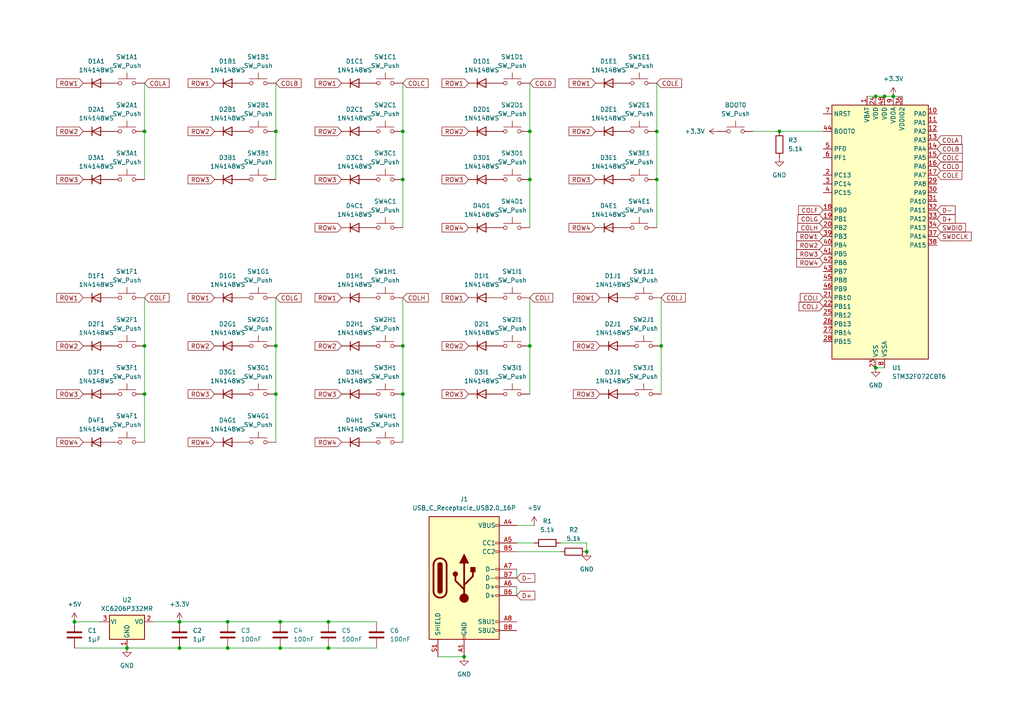
<source format=kicad_sch>
(kicad_sch (version 20231120) (generator "eeschema") (generator_version "8.0")
  (paper "A4")
  (lib_symbols
    (symbol "Connector:USB_C_Receptacle_USB2.0_16P" (pin_names (offset 1.016))
      (property "Reference" "J" (at 0 22.225 0))
      (property "Value" "USB_C_Receptacle_USB2.0_16P" (at 0 19.685 0))
      (symbol "USB_C_Receptacle_USB2.0_16P_1_1"
        (pin passive line (at 0 -22.86 90) (length 5.08) (name "GND") (number "A1"))
        (pin passive line (at 0 -22.86 90) (length 5.08) hide (name "GND") (number "A12"))
        (pin passive line (at 15.24 15.24 180) (length 5.08) (name "VBUS") (number "A4"))
        (pin bidirectional line (at 15.24 10.16 180) (length 5.08) (name "CC1") (number "A5"))
        (pin bidirectional line (at 15.24 -2.54 180) (length 5.08) (name "D+") (number "A6"))
        (pin bidirectional line (at 15.24 2.54 180) (length 5.08) (name "D-") (number "A7"))
        (pin bidirectional line (at 15.24 -12.7 180) (length 5.08) (name "SBU1") (number "A8"))
        (pin passive line (at 15.24 15.24 180) (length 5.08) hide (name "VBUS") (number "A9"))
        (pin passive line (at 0 -22.86 90) (length 5.08) hide (name "GND") (number "B1"))
        (pin passive line (at 0 -22.86 90) (length 5.08) hide (name "GND") (number "B12"))
        (pin passive line (at 15.24 15.24 180) (length 5.08) hide (name "VBUS") (number "B4"))
        (pin bidirectional line (at 15.24 7.62 180) (length 5.08) (name "CC2") (number "B5"))
        (pin bidirectional line (at 15.24 -5.08 180) (length 5.08) (name "D+") (number "B6"))
        (pin bidirectional line (at 15.24 0 180) (length 5.08) (name "D-") (number "B7"))
        (pin bidirectional line (at 15.24 -15.24 180) (length 5.08) (name "SBU2") (number "B8"))
        (pin passive line (at 15.24 15.24 180) (length 5.08) hide (name "VBUS") (number "B9"))
        (pin passive line (at -7.62 -22.86 90) (length 5.08) (name "SHIELD") (number "S1"))
      )
    )
    (symbol "Device:C" (pin_numbers hide) (pin_names (offset 0.254))
      (property "Reference" "C" (at 0.635 2.54 0))
      (property "Value" "C" (at 0.635 -2.54 0))
      (symbol "C_1_1"
        (pin passive line (at 0 3.81 270) (length 2.794) (name "~") (number "1"))
        (pin passive line (at 0 -3.81 90) (length 2.794) (name "~") (number "2"))
      )
    )
    (symbol "Device:R" (pin_numbers hide) (pin_names (offset 0))
      (property "Reference" "R" (at 2.032 0 90))
      (property "Value" "R" (at 0 0 90))
      (symbol "R_1_1"
        (pin passive line (at 0 3.81 270) (length 1.27) (name "~") (number "1"))
        (pin passive line (at 0 -3.81 90) (length 1.27) (name "~") (number "2"))
      )
    )
    (symbol "Diode:1N4148WS" (pin_numbers hide) (pin_names hide)
      (property "Reference" "D" (at 0 2.54 0))
      (property "Value" "1N4148WS" (at 0 -2.54 0))
      (symbol "1N4148WS_1_1"
        (pin passive line (at -3.81 0 0) (length 2.54) (name "K") (number "1"))
        (pin passive line (at 3.81 0 180) (length 2.54) (name "A") (number "2"))
      )
    )
    (symbol "MCU_ST_STM32F0:STM32F072CBTx"
      (property "Reference" "U" (at -12.7 39.37 0))
      (property "Value" "STM32F072CBTx" (at 10.16 39.37 0))
      (symbol "STM32F072CBTx_1_1"
        (pin power_in line (at -2.54 40.64 270) (length 2.54) (name "VBAT") (number "1"))
        (pin bidirectional line (at 17.78 35.56 180) (length 2.54) (name "PA0") (number "10"))
        (pin bidirectional line (at 17.78 33.02 180) (length 2.54) (name "PA1") (number "11"))
        (pin bidirectional line (at 17.78 30.48 180) (length 2.54) (name "PA2") (number "12"))
        (pin bidirectional line (at 17.78 27.94 180) (length 2.54) (name "PA3") (number "13"))
        (pin bidirectional line (at 17.78 25.4 180) (length 2.54) (name "PA4") (number "14"))
        (pin bidirectional line (at 17.78 22.86 180) (length 2.54) (name "PA5") (number "15"))
        (pin bidirectional line (at 17.78 20.32 180) (length 2.54) (name "PA6") (number "16"))
        (pin bidirectional line (at 17.78 17.78 180) (length 2.54) (name "PA7") (number "17"))
        (pin bidirectional line (at -15.24 7.62 0) (length 2.54) (name "PB0") (number "18"))
        (pin bidirectional line (at -15.24 5.08 0) (length 2.54) (name "PB1") (number "19"))
        (pin bidirectional line (at -15.24 17.78 0) (length 2.54) (name "PC13") (number "2"))
        (pin bidirectional line (at -15.24 2.54 0) (length 2.54) (name "PB2") (number "20"))
        (pin bidirectional line (at -15.24 -17.78 0) (length 2.54) (name "PB10") (number "21"))
        (pin bidirectional line (at -15.24 -20.32 0) (length 2.54) (name "PB11") (number "22"))
        (pin power_in line (at 0 -38.1 90) (length 2.54) (name "VSS") (number "23"))
        (pin power_in line (at 0 40.64 270) (length 2.54) (name "VDD") (number "24"))
        (pin bidirectional line (at -15.24 -22.86 0) (length 2.54) (name "PB12") (number "25"))
        (pin bidirectional line (at -15.24 -25.4 0) (length 2.54) (name "PB13") (number "26"))
        (pin bidirectional line (at -15.24 -27.94 0) (length 2.54) (name "PB14") (number "27"))
        (pin bidirectional line (at -15.24 -30.48 0) (length 2.54) (name "PB15") (number "28"))
        (pin bidirectional line (at 17.78 15.24 180) (length 2.54) (name "PA8") (number "29"))
        (pin bidirectional line (at -15.24 15.24 0) (length 2.54) (name "PC14") (number "3"))
        (pin bidirectional line (at 17.78 12.7 180) (length 2.54) (name "PA9") (number "30"))
        (pin bidirectional line (at 17.78 10.16 180) (length 2.54) (name "PA10") (number "31"))
        (pin bidirectional line (at 17.78 7.62 180) (length 2.54) (name "PA11") (number "32"))
        (pin bidirectional line (at 17.78 5.08 180) (length 2.54) (name "PA12") (number "33"))
        (pin bidirectional line (at 17.78 2.54 180) (length 2.54) (name "PA13") (number "34"))
        (pin passive line (at 0 -38.1 90) (length 2.54) hide (name "VSS") (number "35"))
        (pin power_in line (at 7.62 40.64 270) (length 2.54) (name "VDDIO2") (number "36"))
        (pin bidirectional line (at 17.78 0 180) (length 2.54) (name "PA14") (number "37"))
        (pin bidirectional line (at 17.78 -2.54 180) (length 2.54) (name "PA15") (number "38"))
        (pin bidirectional line (at -15.24 0 0) (length 2.54) (name "PB3") (number "39"))
        (pin bidirectional line (at -15.24 12.7 0) (length 2.54) (name "PC15") (number "4"))
        (pin bidirectional line (at -15.24 -2.54 0) (length 2.54) (name "PB4") (number "40"))
        (pin bidirectional line (at -15.24 -5.08 0) (length 2.54) (name "PB5") (number "41"))
        (pin bidirectional line (at -15.24 -7.62 0) (length 2.54) (name "PB6") (number "42"))
        (pin bidirectional line (at -15.24 -10.16 0) (length 2.54) (name "PB7") (number "43"))
        (pin input line (at -15.24 30.48 0) (length 2.54) (name "BOOT0") (number "44"))
        (pin bidirectional line (at -15.24 -12.7 0) (length 2.54) (name "PB8") (number "45"))
        (pin bidirectional line (at -15.24 -15.24 0) (length 2.54) (name "PB9") (number "46"))
        (pin passive line (at 0 -38.1 90) (length 2.54) hide (name "VSS") (number "47"))
        (pin power_in line (at 2.54 40.64 270) (length 2.54) (name "VDD") (number "48"))
        (pin bidirectional line (at -15.24 25.4 0) (length 2.54) (name "PF0") (number "5"))
        (pin bidirectional line (at -15.24 22.86 0) (length 2.54) (name "PF1") (number "6"))
        (pin input line (at -15.24 35.56 0) (length 2.54) (name "NRST") (number "7"))
        (pin power_in line (at 2.54 -38.1 90) (length 2.54) (name "VSSA") (number "8"))
        (pin power_in line (at 5.08 40.64 270) (length 2.54) (name "VDDA") (number "9"))
      )
    )
    (symbol "Regulator_Linear:XC6206PxxxMR" (pin_names (offset 0.254))
      (property "Reference" "U" (at -3.81 3.175 0))
      (property "Value" "XC6206PxxxMR" (at 0 3.175 0))
      (symbol "XC6206PxxxMR_1_1"
        (pin power_in line (at 0 -7.62 90) (length 2.54) (name "GND") (number "1"))
        (pin power_out line (at 7.62 0 180) (length 2.54) (name "VO") (number "2"))
        (pin power_in line (at -7.62 0 0) (length 2.54) (name "VI") (number "3"))
      )
    )
    (symbol "Switch:SW_Push" (pin_numbers hide) (pin_names (offset 1.016) hide)
      (property "Reference" "SW" (at 1.27 2.54 0))
      (property "Value" "SW_Push" (at 0 -1.524 0))
      (symbol "SW_Push_0_1"
        (pin passive line (at -5.08 0 0) (length 2.54) (name "1") (number "1"))
        (pin passive line (at 5.08 0 180) (length 2.54) (name "2") (number "2"))
      )
    )
    (symbol "power:+3.3V" (power) (pin_numbers hide) (pin_names (offset 0) hide)
      (property "Value" "+3.3V" (at 0 3.556 0))
      (symbol "+3.3V_1_1"
        (pin power_in line (at 0 0 90) (length 0) (name "~") (number "1"))
      )
    )
    (symbol "power:+5V" (power) (pin_numbers hide) (pin_names (offset 0) hide)
      (property "Value" "+5V" (at 0 3.556 0))
      (symbol "+5V_1_1"
        (pin power_in line (at 0 0 90) (length 0) (name "~") (number "1"))
      )
    )
    (symbol "power:GND" (power) (pin_numbers hide) (pin_names (offset 0) hide)
      (property "Value" "GND" (at 0 -3.81 0))
      (symbol "GND_1_1"
        (pin power_in line (at 0 0 270) (length 0) (name "~") (number "1"))
      )
    )
  )
  (junction (at 170.18 160.02))
  (junction (at 190.5 38.1))
  (junction (at 80.01 38.1))
  (junction (at 153.67 100.33))
  (junction (at 41.91 114.3))
  (junction (at 81.28 180.34))
  (junction (at 226.06 38.1))
  (junction (at 256.54 27.94))
  (junction (at 66.04 187.96))
  (junction (at 80.01 100.33))
  (junction (at 191.77 100.33))
  (junction (at 254 106.68))
  (junction (at 95.25 187.96))
  (junction (at 134.62 190.5))
  (junction (at 66.04 180.34))
  (junction (at 95.25 180.34))
  (junction (at 153.67 38.1))
  (junction (at 116.84 114.3))
  (junction (at 116.84 52.07))
  (junction (at 190.5 52.07))
  (junction (at 116.84 100.33))
  (junction (at 259.08 27.94))
  (junction (at 41.91 100.33))
  (junction (at 41.91 38.1))
  (junction (at 52.07 187.96))
  (junction (at 80.01 114.3))
  (junction (at 153.67 52.07))
  (junction (at 116.84 38.1))
  (junction (at 52.07 180.34))
  (junction (at 36.83 187.96))
  (junction (at 254 27.94))
  (junction (at 21.59 180.34))
  (junction (at 81.28 187.96))
  (wire (pts (xy 127 190.5) (xy 134.62 190.5)))
  (wire (pts (xy 80.01 38.1) (xy 80.01 52.07)))
  (wire (pts (xy 149.86 160.02) (xy 162.56 160.02)))
  (wire (pts (xy 21.59 187.96) (xy 36.83 187.96)))
  (wire (pts (xy 41.91 38.1) (xy 41.91 52.07)))
  (wire (pts (xy 41.91 100.33) (xy 41.91 114.3)))
  (wire (pts (xy 41.91 24.13) (xy 41.91 38.1)))
  (wire (pts (xy 80.01 24.13) (xy 80.01 38.1)))
  (wire (pts (xy 44.45 180.34) (xy 52.07 180.34)))
  (wire (pts (xy 21.59 180.34) (xy 29.21 180.34)))
  (wire (pts (xy 254 106.68) (xy 256.54 106.68)))
  (wire (pts (xy 154.94 157.48) (xy 149.86 157.48)))
  (wire (pts (xy 95.25 187.96) (xy 109.22 187.96)))
  (wire (pts (xy 80.01 114.3) (xy 80.01 128.27)))
  (wire (pts (xy 259.08 27.94) (xy 261.62 27.94)))
  (wire (pts (xy 116.84 38.1) (xy 116.84 52.07)))
  (wire (pts (xy 153.67 100.33) (xy 153.67 114.3)))
  (wire (pts (xy 116.84 114.3) (xy 116.84 128.27)))
  (wire (pts (xy 153.67 52.07) (xy 153.67 66.04)))
  (wire (pts (xy 36.83 187.96) (xy 52.07 187.96)))
  (wire (pts (xy 153.67 38.1) (xy 153.67 52.07)))
  (wire (pts (xy 95.25 180.34) (xy 109.22 180.34)))
  (wire (pts (xy 116.84 24.13) (xy 116.84 38.1)))
  (wire (pts (xy 191.77 86.36) (xy 191.77 100.33)))
  (wire (pts (xy 116.84 52.07) (xy 116.84 66.04)))
  (wire (pts (xy 41.91 86.36) (xy 41.91 100.33)))
  (wire (pts (xy 81.28 180.34) (xy 95.25 180.34)))
  (wire (pts (xy 170.18 157.48) (xy 170.18 160.02)))
  (wire (pts (xy 116.84 86.36) (xy 116.84 100.33)))
  (wire (pts (xy 52.07 180.34) (xy 66.04 180.34)))
  (wire (pts (xy 153.67 86.36) (xy 153.67 100.33)))
  (wire (pts (xy 66.04 180.34) (xy 81.28 180.34)))
  (wire (pts (xy 190.5 52.07) (xy 190.5 66.04)))
  (wire (pts (xy 81.28 187.96) (xy 95.25 187.96)))
  (wire (pts (xy 41.91 114.3) (xy 41.91 128.27)))
  (wire (pts (xy 254 27.94) (xy 256.54 27.94)))
  (wire (pts (xy 256.54 27.94) (xy 259.08 27.94)))
  (wire (pts (xy 226.06 38.1) (xy 238.76 38.1)))
  (wire (pts (xy 149.86 170.18) (xy 149.86 172.72)))
  (wire (pts (xy 191.77 100.33) (xy 191.77 114.3)))
  (wire (pts (xy 190.5 24.13) (xy 190.5 38.1)))
  (wire (pts (xy 218.44 38.1) (xy 226.06 38.1)))
  (wire (pts (xy 251.46 27.94) (xy 254 27.94)))
  (wire (pts (xy 149.86 165.1) (xy 149.86 167.64)))
  (wire (pts (xy 153.67 24.13) (xy 153.67 38.1)))
  (wire (pts (xy 154.94 152.4) (xy 149.86 152.4)))
  (wire (pts (xy 116.84 100.33) (xy 116.84 114.3)))
  (wire (pts (xy 52.07 187.96) (xy 66.04 187.96)))
  (wire (pts (xy 190.5 38.1) (xy 190.5 52.07)))
  (wire (pts (xy 80.01 100.33) (xy 80.01 114.3)))
  (wire (pts (xy 80.01 86.36) (xy 80.01 100.33)))
  (wire (pts (xy 66.04 187.96) (xy 81.28 187.96)))
  (wire (pts (xy 162.56 157.48) (xy 170.18 157.48)))
  (global_label "ROW3" (shape input) (at 135.89 52.07 180) (property "Intersheetrefs" "${INTERSHEET_REFS}" (effects (hide yes))))
  (global_label "COLJ" (shape input) (at 238.76 88.9 180) (property "Intersheetrefs" "${INTERSHEET_REFS}" (effects (hide yes))))
  (global_label "ROW4" (shape input) (at 172.72 66.04 180) (property "Intersheetrefs" "${INTERSHEET_REFS}" (effects (hide yes))))
  (global_label "COLC" (shape input) (at 271.78 45.72 0) (property "Intersheetrefs" "${INTERSHEET_REFS}" (effects (hide yes))))
  (global_label "ROW3" (shape input) (at 238.76 73.66 180) (property "Intersheetrefs" "${INTERSHEET_REFS}" (effects (hide yes))))
  (global_label "ROW3" (shape input) (at 173.99 114.3 180) (property "Intersheetrefs" "${INTERSHEET_REFS}" (effects (hide yes))))
  (global_label "ROW3" (shape input) (at 62.23 114.3 180) (property "Intersheetrefs" "${INTERSHEET_REFS}" (effects (hide yes))))
  (global_label "ROW1" (shape input) (at 62.23 86.36 180) (property "Intersheetrefs" "${INTERSHEET_REFS}" (effects (hide yes))))
  (global_label "ROW4" (shape input) (at 135.89 66.04 180) (property "Intersheetrefs" "${INTERSHEET_REFS}" (effects (hide yes))))
  (global_label "ROW1" (shape input) (at 135.89 24.13 180) (property "Intersheetrefs" "${INTERSHEET_REFS}" (effects (hide yes))))
  (global_label "ROW3" (shape input) (at 99.06 52.07 180) (property "Intersheetrefs" "${INTERSHEET_REFS}" (effects (hide yes))))
  (global_label "ROW4" (shape input) (at 62.23 128.27 180) (property "Intersheetrefs" "${INTERSHEET_REFS}" (effects (hide yes))))
  (global_label "COLB" (shape input) (at 271.78 43.18 0) (property "Intersheetrefs" "${INTERSHEET_REFS}" (effects (hide yes))))
  (global_label "COLE" (shape input) (at 271.78 50.8 0) (property "Intersheetrefs" "${INTERSHEET_REFS}" (effects (hide yes))))
  (global_label "ROW2" (shape input) (at 62.23 38.1 180) (property "Intersheetrefs" "${INTERSHEET_REFS}" (effects (hide yes))))
  (global_label "ROW2" (shape input) (at 238.76 71.12 180) (property "Intersheetrefs" "${INTERSHEET_REFS}" (effects (hide yes))))
  (global_label "COLA" (shape input) (at 271.78 40.64 0) (property "Intersheetrefs" "${INTERSHEET_REFS}" (effects (hide yes))))
  (global_label "D+" (shape input) (at 271.78 63.5 0) (property "Intersheetrefs" "${INTERSHEET_REFS}" (effects (hide yes))))
  (global_label "D-" (shape input) (at 271.78 60.96 0) (property "Intersheetrefs" "${INTERSHEET_REFS}" (effects (hide yes))))
  (global_label "ROW2" (shape input) (at 172.72 38.1 180) (property "Intersheetrefs" "${INTERSHEET_REFS}" (effects (hide yes))))
  (global_label "ROW3" (shape input) (at 24.13 52.07 180) (property "Intersheetrefs" "${INTERSHEET_REFS}" (effects (hide yes))))
  (global_label "ROW1" (shape input) (at 24.13 24.13 180) (property "Intersheetrefs" "${INTERSHEET_REFS}" (effects (hide yes))))
  (global_label "SWDIO" (shape input) (at 271.78 66.04 0) (property "Intersheetrefs" "${INTERSHEET_REFS}" (effects (hide yes))))
  (global_label "ROW2" (shape input) (at 99.06 38.1 180) (property "Intersheetrefs" "${INTERSHEET_REFS}" (effects (hide yes))))
  (global_label "ROW4" (shape input) (at 99.06 66.04 180) (property "Intersheetrefs" "${INTERSHEET_REFS}" (effects (hide yes))))
  (global_label "ROW1" (shape input) (at 238.76 68.58 180) (property "Intersheetrefs" "${INTERSHEET_REFS}" (effects (hide yes))))
  (global_label "COLF" (shape input) (at 41.91 86.36 0) (property "Intersheetrefs" "${INTERSHEET_REFS}" (effects (hide yes))))
  (global_label "COLA" (shape input) (at 41.91 24.13 0) (property "Intersheetrefs" "${INTERSHEET_REFS}" (effects (hide yes))))
  (global_label "COLD" (shape input) (at 153.67 24.13 0) (property "Intersheetrefs" "${INTERSHEET_REFS}" (effects (hide yes))))
  (global_label "COLE" (shape input) (at 190.5 24.13 0) (property "Intersheetrefs" "${INTERSHEET_REFS}" (effects (hide yes))))
  (global_label "COLH" (shape input) (at 116.84 86.36 0) (property "Intersheetrefs" "${INTERSHEET_REFS}" (effects (hide yes))))
  (global_label "ROW3" (shape input) (at 172.72 52.07 180) (property "Intersheetrefs" "${INTERSHEET_REFS}" (effects (hide yes))))
  (global_label "COLD" (shape input) (at 271.78 48.26 0) (property "Intersheetrefs" "${INTERSHEET_REFS}" (effects (hide yes))))
  (global_label "ROW4" (shape input) (at 24.13 128.27 180) (property "Intersheetrefs" "${INTERSHEET_REFS}" (effects (hide yes))))
  (global_label "ROW1" (shape input) (at 99.06 86.36 180) (property "Intersheetrefs" "${INTERSHEET_REFS}" (effects (hide yes))))
  (global_label "ROW2" (shape input) (at 24.13 38.1 180) (property "Intersheetrefs" "${INTERSHEET_REFS}" (effects (hide yes))))
  (global_label "D+" (shape input) (at 149.86 172.72 0) (property "Intersheetrefs" "${INTERSHEET_REFS}" (effects (hide yes))))
  (global_label "D-" (shape input) (at 149.86 167.64 0) (property "Intersheetrefs" "${INTERSHEET_REFS}" (effects (hide yes))))
  (global_label "ROW2" (shape input) (at 173.99 100.33 180) (property "Intersheetrefs" "${INTERSHEET_REFS}" (effects (hide yes))))
  (global_label "ROW4" (shape input) (at 238.76 76.2 180) (property "Intersheetrefs" "${INTERSHEET_REFS}" (effects (hide yes))))
  (global_label "COLI" (shape input) (at 153.67 86.36 0) (property "Intersheetrefs" "${INTERSHEET_REFS}" (effects (hide yes))))
  (global_label "ROW2" (shape input) (at 62.23 100.33 180) (property "Intersheetrefs" "${INTERSHEET_REFS}" (effects (hide yes))))
  (global_label "COLF" (shape input) (at 238.76 60.96 180) (property "Intersheetrefs" "${INTERSHEET_REFS}" (effects (hide yes))))
  (global_label "COLJ" (shape input) (at 191.77 86.36 0) (property "Intersheetrefs" "${INTERSHEET_REFS}" (effects (hide yes))))
  (global_label "ROW3" (shape input) (at 135.89 114.3 180) (property "Intersheetrefs" "${INTERSHEET_REFS}" (effects (hide yes))))
  (global_label "ROW4" (shape input) (at 99.06 128.27 180) (property "Intersheetrefs" "${INTERSHEET_REFS}" (effects (hide yes))))
  (global_label "SWDCLK" (shape input) (at 271.78 68.58 0) (property "Intersheetrefs" "${INTERSHEET_REFS}" (effects (hide yes))))
  (global_label "ROW2" (shape input) (at 135.89 100.33 180) (property "Intersheetrefs" "${INTERSHEET_REFS}" (effects (hide yes))))
  (global_label "COLI" (shape input) (at 238.76 86.36 180) (property "Intersheetrefs" "${INTERSHEET_REFS}" (effects (hide yes))))
  (global_label "ROW2" (shape input) (at 135.89 38.1 180) (property "Intersheetrefs" "${INTERSHEET_REFS}" (effects (hide yes))))
  (global_label "COLC" (shape input) (at 116.84 24.13 0) (property "Intersheetrefs" "${INTERSHEET_REFS}" (effects (hide yes))))
  (global_label "ROW3" (shape input) (at 62.23 52.07 180) (property "Intersheetrefs" "${INTERSHEET_REFS}" (effects (hide yes))))
  (global_label "ROW1" (shape input) (at 172.72 24.13 180) (property "Intersheetrefs" "${INTERSHEET_REFS}" (effects (hide yes))))
  (global_label "COLB" (shape input) (at 80.01 24.13 0) (property "Intersheetrefs" "${INTERSHEET_REFS}" (effects (hide yes))))
  (global_label "ROW1" (shape input) (at 62.23 24.13 180) (property "Intersheetrefs" "${INTERSHEET_REFS}" (effects (hide yes))))
  (global_label "COLH" (shape input) (at 238.76 66.04 180) (property "Intersheetrefs" "${INTERSHEET_REFS}" (effects (hide yes))))
  (global_label "COLG" (shape input) (at 80.01 86.36 0) (property "Intersheetrefs" "${INTERSHEET_REFS}" (effects (hide yes))))
  (global_label "ROW3" (shape input) (at 99.06 114.3 180) (property "Intersheetrefs" "${INTERSHEET_REFS}" (effects (hide yes))))
  (global_label "ROW1" (shape input) (at 173.99 86.36 180) (property "Intersheetrefs" "${INTERSHEET_REFS}" (effects (hide yes))))
  (global_label "ROW1" (shape input) (at 24.13 86.36 180) (property "Intersheetrefs" "${INTERSHEET_REFS}" (effects (hide yes))))
  (global_label "ROW2" (shape input) (at 24.13 100.33 180) (property "Intersheetrefs" "${INTERSHEET_REFS}" (effects (hide yes))))
  (global_label "ROW1" (shape input) (at 99.06 24.13 180) (property "Intersheetrefs" "${INTERSHEET_REFS}" (effects (hide yes))))
  (global_label "ROW2" (shape input) (at 99.06 100.33 180) (property "Intersheetrefs" "${INTERSHEET_REFS}" (effects (hide yes))))
  (global_label "ROW3" (shape input) (at 24.13 114.3 180) (property "Intersheetrefs" "${INTERSHEET_REFS}" (effects (hide yes))))
  (global_label "ROW1" (shape input) (at 135.89 86.36 180) (property "Intersheetrefs" "${INTERSHEET_REFS}" (effects (hide yes))))
  (global_label "COLG" (shape input) (at 238.76 63.5 180) (property "Intersheetrefs" "${INTERSHEET_REFS}" (effects (hide yes))))
  (symbol (lib_id "Diode:1N4148WS") (at 27.94 52.07 0) (unit 1)
    (property "Reference" "D3A1" (at 27.94 45.72 0))
    (property "Value" "1N4148WS" (at 27.94 48.26 0))
    (property "Footprint" "Diode_SMD:D_SOD-323" (effects (hide yes)))
    (property "Datasheet" "https://www.vishay.com/docs/85751/1n4148ws.pdf" (effects (hide yes)))
    (property "Description" "75V 0.15A Fast switching Diode, SOD-323" (effects (hide yes)))
    (property "Sim.Device" "D" (effects (hide yes)))
    (property "Sim.Pins" "1=K 2=A" (effects (hide yes)))
  )
  (symbol (lib_id "Switch:SW_Push") (at 148.59 24.13 0) (unit 1)
    (property "Reference" "SW1D1" (at 148.59 16.51 0))
    (property "Value" "SW_Push" (at 148.59 19.05 0))
    (property "Footprint" "switch:SW_PG1350" (effects (hide yes)))
    (property "Description" "Push button switch, generic, two pins" (effects (hide yes)))
  )
  (symbol (lib_id "Switch:SW_Push") (at 111.76 114.3 0) (unit 1)
    (property "Reference" "SW3H1" (at 111.76 106.68 0))
    (property "Value" "SW_Push" (at 111.76 109.22 0))
    (property "Footprint" "switch:SW_PG1350" (effects (hide yes)))
    (property "Description" "Push button switch, generic, two pins" (effects (hide yes)))
  )
  (symbol (lib_id "Diode:1N4148WS") (at 139.7 86.36 0) (unit 1)
    (property "Reference" "D1I1" (at 139.7 80.01 0))
    (property "Value" "1N4148WS" (at 139.7 82.55 0))
    (property "Footprint" "Diode_SMD:D_SOD-323" (effects (hide yes)))
    (property "Datasheet" "https://www.vishay.com/docs/85751/1n4148ws.pdf" (effects (hide yes)))
    (property "Description" "75V 0.15A Fast switching Diode, SOD-323" (effects (hide yes)))
    (property "Sim.Device" "D" (effects (hide yes)))
    (property "Sim.Pins" "1=K 2=A" (effects (hide yes)))
  )
  (symbol (lib_id "Diode:1N4148WS") (at 102.87 114.3 0) (unit 1)
    (property "Reference" "D3H1" (at 102.87 107.95 0))
    (property "Value" "1N4148WS" (at 102.87 110.49 0))
    (property "Footprint" "Diode_SMD:D_SOD-323" (effects (hide yes)))
    (property "Datasheet" "https://www.vishay.com/docs/85751/1n4148ws.pdf" (effects (hide yes)))
    (property "Description" "75V 0.15A Fast switching Diode, SOD-323" (effects (hide yes)))
    (property "Sim.Device" "D" (effects (hide yes)))
    (property "Sim.Pins" "1=K 2=A" (effects (hide yes)))
  )
  (symbol (lib_id "Switch:SW_Push") (at 111.76 52.07 0) (unit 1)
    (property "Reference" "SW3C1" (at 111.76 44.45 0))
    (property "Value" "SW_Push" (at 111.76 46.99 0))
    (property "Footprint" "switch:SW_PG1350" (effects (hide yes)))
    (property "Description" "Push button switch, generic, two pins" (effects (hide yes)))
  )
  (symbol (lib_id "Device:C") (at 21.59 184.15 180) (unit 1)
    (property "Reference" "C1" (at 25.4 182.8799 0) (effects (justify right)))
    (property "Value" "1µF" (at 25.4 185.4199 0) (effects (justify right)))
    (property "Footprint" "Capacitor_SMD:C_0805_2012Metric" (effects (hide yes)))
    (property "Description" "Unpolarized capacitor" (effects (hide yes)))
  )
  (symbol (lib_id "Connector:USB_C_Receptacle_USB2.0_16P") (at 134.62 167.64 0) (unit 1)
    (property "Reference" "J1" (at 134.62 144.78 0))
    (property "Value" "USB_C_Receptacle_USB2.0_16P" (at 134.62 147.32 0))
    (property "Footprint" "Connector_USB:USB_C_Receptacle_HRO_TYPE-C-31-M-12" (effects (hide yes)))
    (property "Datasheet" "https://www.usb.org/sites/default/files/documents/usb_type-c.zip" (effects (hide yes)))
    (property "Description" "USB 2.0-only 16P Type-C Receptacle connector" (effects (hide yes)))
  )
  (symbol (lib_id "Diode:1N4148WS") (at 27.94 86.36 0) (unit 1)
    (property "Reference" "D1F1" (at 27.94 80.01 0))
    (property "Value" "1N4148WS" (at 27.94 82.55 0))
    (property "Footprint" "Diode_SMD:D_SOD-323" (effects (hide yes)))
    (property "Datasheet" "https://www.vishay.com/docs/85751/1n4148ws.pdf" (effects (hide yes)))
    (property "Description" "75V 0.15A Fast switching Diode, SOD-323" (effects (hide yes)))
    (property "Sim.Device" "D" (effects (hide yes)))
    (property "Sim.Pins" "1=K 2=A" (effects (hide yes)))
  )
  (symbol (lib_id "power:+3.3V") (at 259.08 27.94 0) (unit 1)
    (property "Reference" "#PWR04" (effects (hide yes)))
    (property "Value" "+3.3V" (at 259.08 22.86 0))
    (property "Description" "Power symbol creates a global label with name \"+3.3V\"" (effects (hide yes)))
  )
  (symbol (lib_id "Switch:SW_Push") (at 36.83 100.33 0) (unit 1)
    (property "Reference" "SW2F1" (at 36.83 92.71 0))
    (property "Value" "SW_Push" (at 36.83 95.25 0))
    (property "Footprint" "switch:SW_PG1350" (effects (hide yes)))
    (property "Description" "Push button switch, generic, two pins" (effects (hide yes)))
  )
  (symbol (lib_id "Diode:1N4148WS") (at 66.04 114.3 0) (unit 1)
    (property "Reference" "D3G1" (at 66.04 107.95 0))
    (property "Value" "1N4148WS" (at 66.04 110.49 0))
    (property "Footprint" "Diode_SMD:D_SOD-323" (effects (hide yes)))
    (property "Datasheet" "https://www.vishay.com/docs/85751/1n4148ws.pdf" (effects (hide yes)))
    (property "Description" "75V 0.15A Fast switching Diode, SOD-323" (effects (hide yes)))
    (property "Sim.Device" "D" (effects (hide yes)))
    (property "Sim.Pins" "1=K 2=A" (effects (hide yes)))
  )
  (symbol (lib_id "Switch:SW_Push") (at 36.83 114.3 0) (unit 1)
    (property "Reference" "SW3F1" (at 36.83 106.68 0))
    (property "Value" "SW_Push" (at 36.83 109.22 0))
    (property "Footprint" "switch:SW_PG1350" (effects (hide yes)))
    (property "Description" "Push button switch, generic, two pins" (effects (hide yes)))
  )
  (symbol (lib_id "power:+3.3V") (at 52.07 180.34 0) (unit 1)
    (property "Reference" "#PWR08" (effects (hide yes)))
    (property "Value" "+3.3V" (at 52.07 175.26 0))
    (property "Description" "Power symbol creates a global label with name \"+3.3V\"" (effects (hide yes)))
  )
  (symbol (lib_id "Diode:1N4148WS") (at 66.04 24.13 0) (unit 1)
    (property "Reference" "D1B1" (at 66.04 17.78 0))
    (property "Value" "1N4148WS" (at 66.04 20.32 0))
    (property "Footprint" "Diode_SMD:D_SOD-323" (effects (hide yes)))
    (property "Datasheet" "https://www.vishay.com/docs/85751/1n4148ws.pdf" (effects (hide yes)))
    (property "Description" "75V 0.15A Fast switching Diode, SOD-323" (effects (hide yes)))
    (property "Sim.Device" "D" (effects (hide yes)))
    (property "Sim.Pins" "1=K 2=A" (effects (hide yes)))
  )
  (symbol (lib_id "Diode:1N4148WS") (at 102.87 86.36 0) (unit 1)
    (property "Reference" "D1H1" (at 102.87 80.01 0))
    (property "Value" "1N4148WS" (at 102.87 82.55 0))
    (property "Footprint" "Diode_SMD:D_SOD-323" (effects (hide yes)))
    (property "Datasheet" "https://www.vishay.com/docs/85751/1n4148ws.pdf" (effects (hide yes)))
    (property "Description" "75V 0.15A Fast switching Diode, SOD-323" (effects (hide yes)))
    (property "Sim.Device" "D" (effects (hide yes)))
    (property "Sim.Pins" "1=K 2=A" (effects (hide yes)))
  )
  (symbol (lib_id "Diode:1N4148WS") (at 139.7 38.1 0) (unit 1)
    (property "Reference" "D2D1" (at 139.7 31.75 0))
    (property "Value" "1N4148WS" (at 139.7 34.29 0))
    (property "Footprint" "Diode_SMD:D_SOD-323" (effects (hide yes)))
    (property "Datasheet" "https://www.vishay.com/docs/85751/1n4148ws.pdf" (effects (hide yes)))
    (property "Description" "75V 0.15A Fast switching Diode, SOD-323" (effects (hide yes)))
    (property "Sim.Device" "D" (effects (hide yes)))
    (property "Sim.Pins" "1=K 2=A" (effects (hide yes)))
  )
  (symbol (lib_id "Diode:1N4148WS") (at 66.04 100.33 0) (unit 1)
    (property "Reference" "D2G1" (at 66.04 93.98 0))
    (property "Value" "1N4148WS" (at 66.04 96.52 0))
    (property "Footprint" "Diode_SMD:D_SOD-323" (effects (hide yes)))
    (property "Datasheet" "https://www.vishay.com/docs/85751/1n4148ws.pdf" (effects (hide yes)))
    (property "Description" "75V 0.15A Fast switching Diode, SOD-323" (effects (hide yes)))
    (property "Sim.Device" "D" (effects (hide yes)))
    (property "Sim.Pins" "1=K 2=A" (effects (hide yes)))
  )
  (symbol (lib_id "Diode:1N4148WS") (at 139.7 66.04 0) (unit 1)
    (property "Reference" "D4D1" (at 139.7 59.69 0))
    (property "Value" "1N4148WS" (at 139.7 62.23 0))
    (property "Footprint" "Diode_SMD:D_SOD-323" (effects (hide yes)))
    (property "Datasheet" "https://www.vishay.com/docs/85751/1n4148ws.pdf" (effects (hide yes)))
    (property "Description" "75V 0.15A Fast switching Diode, SOD-323" (effects (hide yes)))
    (property "Sim.Device" "D" (effects (hide yes)))
    (property "Sim.Pins" "1=K 2=A" (effects (hide yes)))
  )
  (symbol (lib_id "Switch:SW_Push") (at 186.69 114.3 0) (unit 1)
    (property "Reference" "SW3J1" (at 186.69 106.68 0))
    (property "Value" "SW_Push" (at 186.69 109.22 0))
    (property "Footprint" "switch:SW_PG1350" (effects (hide yes)))
    (property "Description" "Push button switch, generic, two pins" (effects (hide yes)))
  )
  (symbol (lib_id "Diode:1N4148WS") (at 66.04 86.36 0) (unit 1)
    (property "Reference" "D1G1" (at 66.04 80.01 0))
    (property "Value" "1N4148WS" (at 66.04 82.55 0))
    (property "Footprint" "Diode_SMD:D_SOD-323" (effects (hide yes)))
    (property "Datasheet" "https://www.vishay.com/docs/85751/1n4148ws.pdf" (effects (hide yes)))
    (property "Description" "75V 0.15A Fast switching Diode, SOD-323" (effects (hide yes)))
    (property "Sim.Device" "D" (effects (hide yes)))
    (property "Sim.Pins" "1=K 2=A" (effects (hide yes)))
  )
  (symbol (lib_id "Switch:SW_Push") (at 148.59 100.33 0) (unit 1)
    (property "Reference" "SW2I1" (at 148.59 92.71 0))
    (property "Value" "SW_Push" (at 148.59 95.25 0))
    (property "Footprint" "switch:SW_PG1350" (effects (hide yes)))
    (property "Description" "Push button switch, generic, two pins" (effects (hide yes)))
  )
  (symbol (lib_id "Switch:SW_Push") (at 74.93 52.07 0) (unit 1)
    (property "Reference" "SW3B1" (at 74.93 44.45 0))
    (property "Value" "SW_Push" (at 74.93 46.99 0))
    (property "Footprint" "switch:SW_PG1350" (effects (hide yes)))
    (property "Description" "Push button switch, generic, two pins" (effects (hide yes)))
  )
  (symbol (lib_id "Diode:1N4148WS") (at 66.04 128.27 0) (unit 1)
    (property "Reference" "D4G1" (at 66.04 121.92 0))
    (property "Value" "1N4148WS" (at 66.04 124.46 0))
    (property "Footprint" "Diode_SMD:D_SOD-323" (effects (hide yes)))
    (property "Datasheet" "https://www.vishay.com/docs/85751/1n4148ws.pdf" (effects (hide yes)))
    (property "Description" "75V 0.15A Fast switching Diode, SOD-323" (effects (hide yes)))
    (property "Sim.Device" "D" (effects (hide yes)))
    (property "Sim.Pins" "1=K 2=A" (effects (hide yes)))
  )
  (symbol (lib_id "Diode:1N4148WS") (at 102.87 66.04 0) (unit 1)
    (property "Reference" "D4C1" (at 102.87 59.69 0))
    (property "Value" "1N4148WS" (at 102.87 62.23 0))
    (property "Footprint" "Diode_SMD:D_SOD-323" (effects (hide yes)))
    (property "Datasheet" "https://www.vishay.com/docs/85751/1n4148ws.pdf" (effects (hide yes)))
    (property "Description" "75V 0.15A Fast switching Diode, SOD-323" (effects (hide yes)))
    (property "Sim.Device" "D" (effects (hide yes)))
    (property "Sim.Pins" "1=K 2=A" (effects (hide yes)))
  )
  (symbol (lib_id "Diode:1N4148WS") (at 27.94 100.33 0) (unit 1)
    (property "Reference" "D2F1" (at 27.94 93.98 0))
    (property "Value" "1N4148WS" (at 27.94 96.52 0))
    (property "Footprint" "Diode_SMD:D_SOD-323" (effects (hide yes)))
    (property "Datasheet" "https://www.vishay.com/docs/85751/1n4148ws.pdf" (effects (hide yes)))
    (property "Description" "75V 0.15A Fast switching Diode, SOD-323" (effects (hide yes)))
    (property "Sim.Device" "D" (effects (hide yes)))
    (property "Sim.Pins" "1=K 2=A" (effects (hide yes)))
  )
  (symbol (lib_id "Diode:1N4148WS") (at 139.7 100.33 0) (unit 1)
    (property "Reference" "D2I1" (at 139.7 93.98 0))
    (property "Value" "1N4148WS" (at 139.7 96.52 0))
    (property "Footprint" "Diode_SMD:D_SOD-323" (effects (hide yes)))
    (property "Datasheet" "https://www.vishay.com/docs/85751/1n4148ws.pdf" (effects (hide yes)))
    (property "Description" "75V 0.15A Fast switching Diode, SOD-323" (effects (hide yes)))
    (property "Sim.Device" "D" (effects (hide yes)))
    (property "Sim.Pins" "1=K 2=A" (effects (hide yes)))
  )
  (symbol (lib_id "Diode:1N4148WS") (at 102.87 52.07 0) (unit 1)
    (property "Reference" "D3C1" (at 102.87 45.72 0))
    (property "Value" "1N4148WS" (at 102.87 48.26 0))
    (property "Footprint" "Diode_SMD:D_SOD-323" (effects (hide yes)))
    (property "Datasheet" "https://www.vishay.com/docs/85751/1n4148ws.pdf" (effects (hide yes)))
    (property "Description" "75V 0.15A Fast switching Diode, SOD-323" (effects (hide yes)))
    (property "Sim.Device" "D" (effects (hide yes)))
    (property "Sim.Pins" "1=K 2=A" (effects (hide yes)))
  )
  (symbol (lib_id "power:GND") (at 36.83 187.96 0) (unit 1)
    (property "Reference" "#PWR06" (effects (hide yes)))
    (property "Value" "GND" (at 36.83 193.04 0))
    (property "Description" "Power symbol creates a global label with name \"GND\" , ground" (effects (hide yes)))
  )
  (symbol (lib_id "Diode:1N4148WS") (at 177.8 114.3 0) (unit 1)
    (property "Reference" "D3J1" (at 177.8 107.95 0))
    (property "Value" "1N4148WS" (at 177.8 110.49 0))
    (property "Footprint" "Diode_SMD:D_SOD-323" (effects (hide yes)))
    (property "Datasheet" "https://www.vishay.com/docs/85751/1n4148ws.pdf" (effects (hide yes)))
    (property "Description" "75V 0.15A Fast switching Diode, SOD-323" (effects (hide yes)))
    (property "Sim.Device" "D" (effects (hide yes)))
    (property "Sim.Pins" "1=K 2=A" (effects (hide yes)))
  )
  (symbol (lib_id "Diode:1N4148WS") (at 27.94 128.27 0) (unit 1)
    (property "Reference" "D4F1" (at 27.94 121.92 0))
    (property "Value" "1N4148WS" (at 27.94 124.46 0))
    (property "Footprint" "Diode_SMD:D_SOD-323" (effects (hide yes)))
    (property "Datasheet" "https://www.vishay.com/docs/85751/1n4148ws.pdf" (effects (hide yes)))
    (property "Description" "75V 0.15A Fast switching Diode, SOD-323" (effects (hide yes)))
    (property "Sim.Device" "D" (effects (hide yes)))
    (property "Sim.Pins" "1=K 2=A" (effects (hide yes)))
  )
  (symbol (lib_id "Switch:SW_Push") (at 148.59 86.36 0) (unit 1)
    (property "Reference" "SW1I1" (at 148.59 78.74 0))
    (property "Value" "SW_Push" (at 148.59 81.28 0))
    (property "Footprint" "switch:SW_PG1350" (effects (hide yes)))
    (property "Description" "Push button switch, generic, two pins" (effects (hide yes)))
  )
  (symbol (lib_id "Diode:1N4148WS") (at 102.87 128.27 0) (unit 1)
    (property "Reference" "D4H1" (at 102.87 121.92 0))
    (property "Value" "1N4148WS" (at 102.87 124.46 0))
    (property "Footprint" "Diode_SMD:D_SOD-323" (effects (hide yes)))
    (property "Datasheet" "https://www.vishay.com/docs/85751/1n4148ws.pdf" (effects (hide yes)))
    (property "Description" "75V 0.15A Fast switching Diode, SOD-323" (effects (hide yes)))
    (property "Sim.Device" "D" (effects (hide yes)))
    (property "Sim.Pins" "1=K 2=A" (effects (hide yes)))
  )
  (symbol (lib_id "Switch:SW_Push") (at 148.59 66.04 0) (unit 1)
    (property "Reference" "SW4D1" (at 148.59 58.42 0))
    (property "Value" "SW_Push" (at 148.59 60.96 0))
    (property "Footprint" "switch:SW_PG1350" (effects (hide yes)))
    (property "Description" "Push button switch, generic, two pins" (effects (hide yes)))
  )
  (symbol (lib_id "Switch:SW_Push") (at 186.69 86.36 0) (unit 1)
    (property "Reference" "SW1J1" (at 186.69 78.74 0))
    (property "Value" "SW_Push" (at 186.69 81.28 0))
    (property "Footprint" "switch:SW_PG1350" (effects (hide yes)))
    (property "Description" "Push button switch, generic, two pins" (effects (hide yes)))
  )
  (symbol (lib_id "Switch:SW_Push") (at 111.76 86.36 0) (unit 1)
    (property "Reference" "SW1H1" (at 111.76 78.74 0))
    (property "Value" "SW_Push" (at 111.76 81.28 0))
    (property "Footprint" "switch:SW_PG1350" (effects (hide yes)))
    (property "Description" "Push button switch, generic, two pins" (effects (hide yes)))
  )
  (symbol (lib_id "Switch:SW_Push") (at 185.42 52.07 0) (unit 1)
    (property "Reference" "SW3E1" (at 185.42 44.45 0))
    (property "Value" "SW_Push" (at 185.42 46.99 0))
    (property "Footprint" "switch:SW_PG1350" (effects (hide yes)))
    (property "Description" "Push button switch, generic, two pins" (effects (hide yes)))
  )
  (symbol (lib_id "Diode:1N4148WS") (at 102.87 38.1 0) (unit 1)
    (property "Reference" "D2C1" (at 102.87 31.75 0))
    (property "Value" "1N4148WS" (at 102.87 34.29 0))
    (property "Footprint" "Diode_SMD:D_SOD-323" (effects (hide yes)))
    (property "Datasheet" "https://www.vishay.com/docs/85751/1n4148ws.pdf" (effects (hide yes)))
    (property "Description" "75V 0.15A Fast switching Diode, SOD-323" (effects (hide yes)))
    (property "Sim.Device" "D" (effects (hide yes)))
    (property "Sim.Pins" "1=K 2=A" (effects (hide yes)))
  )
  (symbol (lib_id "Device:R") (at 158.75 157.48 90) (unit 1)
    (property "Reference" "R1" (at 158.75 151.13 90))
    (property "Value" "5.1k" (at 158.75 153.67 90))
    (property "Footprint" "Resistor_SMD:R_0805_2012Metric" (effects (hide yes)))
    (property "Description" "Resistor" (effects (hide yes)))
  )
  (symbol (lib_id "Switch:SW_Push") (at 36.83 24.13 0) (unit 1)
    (property "Reference" "SW1A1" (at 36.83 16.51 0))
    (property "Value" "SW_Push" (at 36.83 19.05 0))
    (property "Footprint" "switch:SW_PG1350" (effects (hide yes)))
    (property "Description" "Push button switch, generic, two pins" (effects (hide yes)))
  )
  (symbol (lib_id "Switch:SW_Push") (at 111.76 38.1 0) (unit 1)
    (property "Reference" "SW2C1" (at 111.76 30.48 0))
    (property "Value" "SW_Push" (at 111.76 33.02 0))
    (property "Footprint" "switch:SW_PG1350" (effects (hide yes)))
    (property "Description" "Push button switch, generic, two pins" (effects (hide yes)))
  )
  (symbol (lib_id "Diode:1N4148WS") (at 176.53 66.04 0) (unit 1)
    (property "Reference" "D4E1" (at 176.53 59.69 0))
    (property "Value" "1N4148WS" (at 176.53 62.23 0))
    (property "Footprint" "Diode_SMD:D_SOD-323" (effects (hide yes)))
    (property "Datasheet" "https://www.vishay.com/docs/85751/1n4148ws.pdf" (effects (hide yes)))
    (property "Description" "75V 0.15A Fast switching Diode, SOD-323" (effects (hide yes)))
    (property "Sim.Device" "D" (effects (hide yes)))
    (property "Sim.Pins" "1=K 2=A" (effects (hide yes)))
  )
  (symbol (lib_id "Diode:1N4148WS") (at 66.04 52.07 0) (unit 1)
    (property "Reference" "D3B1" (at 66.04 45.72 0))
    (property "Value" "1N4148WS" (at 66.04 48.26 0))
    (property "Footprint" "Diode_SMD:D_SOD-323" (effects (hide yes)))
    (property "Datasheet" "https://www.vishay.com/docs/85751/1n4148ws.pdf" (effects (hide yes)))
    (property "Description" "75V 0.15A Fast switching Diode, SOD-323" (effects (hide yes)))
    (property "Sim.Device" "D" (effects (hide yes)))
    (property "Sim.Pins" "1=K 2=A" (effects (hide yes)))
  )
  (symbol (lib_id "Switch:SW_Push") (at 111.76 66.04 0) (unit 1)
    (property "Reference" "SW4C1" (at 111.76 58.42 0))
    (property "Value" "SW_Push" (at 111.76 60.96 0))
    (property "Footprint" "switch:SW_PG1350" (effects (hide yes)))
    (property "Description" "Push button switch, generic, two pins" (effects (hide yes)))
  )
  (symbol (lib_id "Diode:1N4148WS") (at 176.53 38.1 0) (unit 1)
    (property "Reference" "D2E1" (at 176.53 31.75 0))
    (property "Value" "1N4148WS" (at 176.53 34.29 0))
    (property "Footprint" "Diode_SMD:D_SOD-323" (effects (hide yes)))
    (property "Datasheet" "https://www.vishay.com/docs/85751/1n4148ws.pdf" (effects (hide yes)))
    (property "Description" "75V 0.15A Fast switching Diode, SOD-323" (effects (hide yes)))
    (property "Sim.Device" "D" (effects (hide yes)))
    (property "Sim.Pins" "1=K 2=A" (effects (hide yes)))
  )
  (symbol (lib_id "Regulator_Linear:XC6206PxxxMR") (at 36.83 180.34 0) (unit 1)
    (property "Reference" "U2" (at 36.83 173.99 0))
    (property "Value" "XC6206P332MR" (at 36.83 176.53 0))
    (property "Footprint" "Package_TO_SOT_SMD:SOT-23-3" (effects (hide yes)))
    (property "Datasheet" "https://www.torexsemi.com/file/xc6206/XC6206.pdf" (effects (hide yes)))
    (property "Description" "Positive 60-250mA Low Dropout Regulator, Fixed Output, SOT-23" (effects (hide yes)))
  )
  (symbol (lib_id "Device:C") (at 81.28 184.15 0) (unit 1)
    (property "Reference" "C4" (at 85.09 182.8799 0) (effects (justify left)))
    (property "Value" "100nF" (at 85.09 185.4199 0) (effects (justify left)))
    (property "Footprint" "Capacitor_SMD:C_0805_2012Metric" (effects (hide yes)))
    (property "Description" "Unpolarized capacitor" (effects (hide yes)))
  )
  (symbol (lib_id "Switch:SW_Push") (at 74.93 100.33 0) (unit 1)
    (property "Reference" "SW2G1" (at 74.93 92.71 0))
    (property "Value" "SW_Push" (at 74.93 95.25 0))
    (property "Footprint" "switch:SW_PG1350" (effects (hide yes)))
    (property "Description" "Push button switch, generic, two pins" (effects (hide yes)))
  )
  (symbol (lib_id "Diode:1N4148WS") (at 139.7 114.3 0) (unit 1)
    (property "Reference" "D3I1" (at 139.7 107.95 0))
    (property "Value" "1N4148WS" (at 139.7 110.49 0))
    (property "Footprint" "Diode_SMD:D_SOD-323" (effects (hide yes)))
    (property "Datasheet" "https://www.vishay.com/docs/85751/1n4148ws.pdf" (effects (hide yes)))
    (property "Description" "75V 0.15A Fast switching Diode, SOD-323" (effects (hide yes)))
    (property "Sim.Device" "D" (effects (hide yes)))
    (property "Sim.Pins" "1=K 2=A" (effects (hide yes)))
  )
  (symbol (lib_id "Diode:1N4148WS") (at 102.87 100.33 0) (unit 1)
    (property "Reference" "D2H1" (at 102.87 93.98 0))
    (property "Value" "1N4148WS" (at 102.87 96.52 0))
    (property "Footprint" "Diode_SMD:D_SOD-323" (effects (hide yes)))
    (property "Datasheet" "https://www.vishay.com/docs/85751/1n4148ws.pdf" (effects (hide yes)))
    (property "Description" "75V 0.15A Fast switching Diode, SOD-323" (effects (hide yes)))
    (property "Sim.Device" "D" (effects (hide yes)))
    (property "Sim.Pins" "1=K 2=A" (effects (hide yes)))
  )
  (symbol (lib_id "Diode:1N4148WS") (at 177.8 100.33 0) (unit 1)
    (property "Reference" "D2J1" (at 177.8 93.98 0))
    (property "Value" "1N4148WS" (at 177.8 96.52 0))
    (property "Footprint" "Diode_SMD:D_SOD-323" (effects (hide yes)))
    (property "Datasheet" "https://www.vishay.com/docs/85751/1n4148ws.pdf" (effects (hide yes)))
    (property "Description" "75V 0.15A Fast switching Diode, SOD-323" (effects (hide yes)))
    (property "Sim.Device" "D" (effects (hide yes)))
    (property "Sim.Pins" "1=K 2=A" (effects (hide yes)))
  )
  (symbol (lib_id "Switch:SW_Push") (at 111.76 128.27 0) (unit 1)
    (property "Reference" "SW4H1" (at 111.76 120.65 0))
    (property "Value" "SW_Push" (at 111.76 123.19 0))
    (property "Footprint" "switch:SW_PG1350" (effects (hide yes)))
    (property "Description" "Push button switch, generic, two pins" (effects (hide yes)))
  )
  (symbol (lib_id "Diode:1N4148WS") (at 27.94 38.1 0) (unit 1)
    (property "Reference" "D2A1" (at 27.94 31.75 0))
    (property "Value" "1N4148WS" (at 27.94 34.29 0))
    (property "Footprint" "Diode_SMD:D_SOD-323" (effects (hide yes)))
    (property "Datasheet" "https://www.vishay.com/docs/85751/1n4148ws.pdf" (effects (hide yes)))
    (property "Description" "75V 0.15A Fast switching Diode, SOD-323" (effects (hide yes)))
    (property "Sim.Device" "D" (effects (hide yes)))
    (property "Sim.Pins" "1=K 2=A" (effects (hide yes)))
  )
  (symbol (lib_id "Device:R") (at 226.06 41.91 0) (unit 1)
    (property "Reference" "R3" (at 228.6 40.6399 0) (effects (justify left)))
    (property "Value" "5.1k" (at 228.6 43.1799 0) (effects (justify left)))
    (property "Footprint" "Resistor_SMD:R_0805_2012Metric" (effects (hide yes)))
    (property "Description" "Resistor" (effects (hide yes)))
  )
  (symbol (lib_id "MCU_ST_STM32F0:STM32F072CBTx") (at 254 68.58 0) (unit 1)
    (property "Reference" "U1" (at 258.7341 106.68 0) (effects (justify left)))
    (property "Value" "STM32F072CBT6" (at 258.7341 109.22 0) (effects (justify left)))
    (property "Footprint" "Package_QFP:LQFP-48_7x7mm_P0.5mm" (effects (hide yes)))
    (property "Datasheet" "https://www.st.com/resource/en/datasheet/stm32f072cb.pdf" (effects (hide yes)))
    (property "Description" "STMicroelectronics Arm Cortex-M0 MCU, 128KB flash, 16KB RAM, 48 MHz, 2.0-3.6V, 37 GPIO, LQFP48" (effects (hide yes)))
  )
  (symbol (lib_id "Diode:1N4148WS") (at 27.94 114.3 0) (unit 1)
    (property "Reference" "D3F1" (at 27.94 107.95 0))
    (property "Value" "1N4148WS" (at 27.94 110.49 0))
    (property "Footprint" "Diode_SMD:D_SOD-323" (effects (hide yes)))
    (property "Datasheet" "https://www.vishay.com/docs/85751/1n4148ws.pdf" (effects (hide yes)))
    (property "Description" "75V 0.15A Fast switching Diode, SOD-323" (effects (hide yes)))
    (property "Sim.Device" "D" (effects (hide yes)))
    (property "Sim.Pins" "1=K 2=A" (effects (hide yes)))
  )
  (symbol (lib_id "Switch:SW_Push") (at 185.42 38.1 0) (unit 1)
    (property "Reference" "SW2E1" (at 185.42 30.48 0))
    (property "Value" "SW_Push" (at 185.42 33.02 0))
    (property "Footprint" "switch:SW_PG1350" (effects (hide yes)))
    (property "Description" "Push button switch, generic, two pins" (effects (hide yes)))
  )
  (symbol (lib_id "Switch:SW_Push") (at 213.36 38.1 0) (unit 1)
    (property "Reference" "BOOT0" (at 213.36 30.48 0))
    (property "Value" "SW_Push" (at 213.36 33.02 0))
    (property "Footprint" "Button_Switch_SMD:SW_SPST_CK_RS282G05A3" (effects (hide yes)))
    (property "Description" "Push button switch, generic, two pins" (effects (hide yes)))
  )
  (symbol (lib_id "power:GND") (at 134.62 190.5 0) (unit 1)
    (property "Reference" "#PWR03" (effects (hide yes)))
    (property "Value" "GND" (at 134.62 195.58 0))
    (property "Description" "Power symbol creates a global label with name \"GND\" , ground" (effects (hide yes)))
  )
  (symbol (lib_id "Switch:SW_Push") (at 111.76 24.13 0) (unit 1)
    (property "Reference" "SW1C1" (at 111.76 16.51 0))
    (property "Value" "SW_Push" (at 111.76 19.05 0))
    (property "Footprint" "switch:SW_PG1350" (effects (hide yes)))
    (property "Description" "Push button switch, generic, two pins" (effects (hide yes)))
  )
  (symbol (lib_id "Device:C") (at 52.07 184.15 0) (unit 1)
    (property "Reference" "C2" (at 55.88 182.8799 0) (effects (justify left)))
    (property "Value" "1µF" (at 55.88 185.4199 0) (effects (justify left)))
    (property "Footprint" "Capacitor_SMD:C_0805_2012Metric" (effects (hide yes)))
    (property "Description" "Unpolarized capacitor" (effects (hide yes)))
  )
  (symbol (lib_id "Diode:1N4148WS") (at 139.7 24.13 0) (unit 1)
    (property "Reference" "D1D1" (at 139.7 17.78 0))
    (property "Value" "1N4148WS" (at 139.7 20.32 0))
    (property "Footprint" "Diode_SMD:D_SOD-323" (effects (hide yes)))
    (property "Datasheet" "https://www.vishay.com/docs/85751/1n4148ws.pdf" (effects (hide yes)))
    (property "Description" "75V 0.15A Fast switching Diode, SOD-323" (effects (hide yes)))
    (property "Sim.Device" "D" (effects (hide yes)))
    (property "Sim.Pins" "1=K 2=A" (effects (hide yes)))
  )
  (symbol (lib_id "Device:C") (at 109.22 184.15 0) (unit 1)
    (property "Reference" "C6" (at 113.03 182.8799 0) (effects (justify left)))
    (property "Value" "100nF" (at 113.03 185.4199 0) (effects (justify left)))
    (property "Footprint" "Capacitor_SMD:C_0805_2012Metric" (effects (hide yes)))
    (property "Description" "Unpolarized capacitor" (effects (hide yes)))
  )
  (symbol (lib_id "Diode:1N4148WS") (at 102.87 24.13 0) (unit 1)
    (property "Reference" "D1C1" (at 102.87 17.78 0))
    (property "Value" "1N4148WS" (at 102.87 20.32 0))
    (property "Footprint" "Diode_SMD:D_SOD-323" (effects (hide yes)))
    (property "Datasheet" "https://www.vishay.com/docs/85751/1n4148ws.pdf" (effects (hide yes)))
    (property "Description" "75V 0.15A Fast switching Diode, SOD-323" (effects (hide yes)))
    (property "Sim.Device" "D" (effects (hide yes)))
    (property "Sim.Pins" "1=K 2=A" (effects (hide yes)))
  )
  (symbol (lib_id "Diode:1N4148WS") (at 139.7 52.07 0) (unit 1)
    (property "Reference" "D3D1" (at 139.7 45.72 0))
    (property "Value" "1N4148WS" (at 139.7 48.26 0))
    (property "Footprint" "Diode_SMD:D_SOD-323" (effects (hide yes)))
    (property "Datasheet" "https://www.vishay.com/docs/85751/1n4148ws.pdf" (effects (hide yes)))
    (property "Description" "75V 0.15A Fast switching Diode, SOD-323" (effects (hide yes)))
    (property "Sim.Device" "D" (effects (hide yes)))
    (property "Sim.Pins" "1=K 2=A" (effects (hide yes)))
  )
  (symbol (lib_id "Diode:1N4148WS") (at 176.53 52.07 0) (unit 1)
    (property "Reference" "D3E1" (at 176.53 45.72 0))
    (property "Value" "1N4148WS" (at 176.53 48.26 0))
    (property "Footprint" "Diode_SMD:D_SOD-323" (effects (hide yes)))
    (property "Datasheet" "https://www.vishay.com/docs/85751/1n4148ws.pdf" (effects (hide yes)))
    (property "Description" "75V 0.15A Fast switching Diode, SOD-323" (effects (hide yes)))
    (property "Sim.Device" "D" (effects (hide yes)))
    (property "Sim.Pins" "1=K 2=A" (effects (hide yes)))
  )
  (symbol (lib_id "Diode:1N4148WS") (at 27.94 24.13 0) (unit 1)
    (property "Reference" "D1A1" (at 27.94 17.78 0))
    (property "Value" "1N4148WS" (at 27.94 20.32 0))
    (property "Footprint" "Diode_SMD:D_SOD-323" (effects (hide yes)))
    (property "Datasheet" "https://www.vishay.com/docs/85751/1n4148ws.pdf" (effects (hide yes)))
    (property "Description" "75V 0.15A Fast switching Diode, SOD-323" (effects (hide yes)))
    (property "Sim.Device" "D" (effects (hide yes)))
    (property "Sim.Pins" "1=K 2=A" (effects (hide yes)))
  )
  (symbol (lib_id "Device:C") (at 95.25 184.15 0) (unit 1)
    (property "Reference" "C5" (at 99.06 182.8799 0) (effects (justify left)))
    (property "Value" "100nF" (at 99.06 185.4199 0) (effects (justify left)))
    (property "Footprint" "Capacitor_SMD:C_0805_2012Metric" (effects (hide yes)))
    (property "Description" "Unpolarized capacitor" (effects (hide yes)))
  )
  (symbol (lib_id "Device:R") (at 166.37 160.02 270) (unit 1)
    (property "Reference" "R2" (at 166.37 153.67 90))
    (property "Value" "5.1k" (at 166.37 156.21 90))
    (property "Footprint" "Resistor_SMD:R_0805_2012Metric" (effects (hide yes)))
    (property "Description" "Resistor" (effects (hide yes)))
  )
  (symbol (lib_id "Switch:SW_Push") (at 185.42 66.04 0) (unit 1)
    (property "Reference" "SW4E1" (at 185.42 58.42 0))
    (property "Value" "SW_Push" (at 185.42 60.96 0))
    (property "Footprint" "switch:SW_PG1350" (effects (hide yes)))
    (property "Description" "Push button switch, generic, two pins" (effects (hide yes)))
  )
  (symbol (lib_id "Switch:SW_Push") (at 186.69 100.33 0) (unit 1)
    (property "Reference" "SW2J1" (at 186.69 92.71 0))
    (property "Value" "SW_Push" (at 186.69 95.25 0))
    (property "Footprint" "switch:SW_PG1350" (effects (hide yes)))
    (property "Description" "Push button switch, generic, two pins" (effects (hide yes)))
  )
  (symbol (lib_id "Diode:1N4148WS") (at 177.8 86.36 0) (unit 1)
    (property "Reference" "D1J1" (at 177.8 80.01 0))
    (property "Value" "1N4148WS" (at 177.8 82.55 0))
    (property "Footprint" "Diode_SMD:D_SOD-323" (effects (hide yes)))
    (property "Datasheet" "https://www.vishay.com/docs/85751/1n4148ws.pdf" (effects (hide yes)))
    (property "Description" "75V 0.15A Fast switching Diode, SOD-323" (effects (hide yes)))
    (property "Sim.Device" "D" (effects (hide yes)))
    (property "Sim.Pins" "1=K 2=A" (effects (hide yes)))
  )
  (symbol (lib_id "power:+5V") (at 21.59 180.34 0) (unit 1)
    (property "Reference" "#PWR07" (effects (hide yes)))
    (property "Value" "+5V" (at 21.59 175.26 0))
    (property "Description" "Power symbol creates a global label with name \"+5V\"" (effects (hide yes)))
  )
  (symbol (lib_id "Switch:SW_Push") (at 185.42 24.13 0) (unit 1)
    (property "Reference" "SW1E1" (at 185.42 16.51 0))
    (property "Value" "SW_Push" (at 185.42 19.05 0))
    (property "Footprint" "switch:SW_PG1350" (effects (hide yes)))
    (property "Description" "Push button switch, generic, two pins" (effects (hide yes)))
  )
  (symbol (lib_id "Switch:SW_Push") (at 148.59 114.3 0) (unit 1)
    (property "Reference" "SW3I1" (at 148.59 106.68 0))
    (property "Value" "SW_Push" (at 148.59 109.22 0))
    (property "Footprint" "switch:SW_PG1350" (effects (hide yes)))
    (property "Description" "Push button switch, generic, two pins" (effects (hide yes)))
  )
  (symbol (lib_id "power:+3.3V") (at 208.28 38.1 90) (unit 1)
    (property "Reference" "#PWR010" (effects (hide yes)))
    (property "Value" "+3.3V" (at 204.47 38.0999 90) (effects (justify left)))
    (property "Description" "Power symbol creates a global label with name \"+3.3V\"" (effects (hide yes)))
  )
  (symbol (lib_id "power:GND") (at 226.06 45.72 0) (unit 1)
    (property "Reference" "#PWR09" (effects (hide yes)))
    (property "Value" "GND" (at 226.06 50.8 0))
    (property "Description" "Power symbol creates a global label with name \"GND\" , ground" (effects (hide yes)))
  )
  (symbol (lib_id "power:GND") (at 170.18 160.02 0) (unit 1)
    (property "Reference" "#PWR01" (effects (hide yes)))
    (property "Value" "GND" (at 170.18 165.1 0))
    (property "Description" "Power symbol creates a global label with name \"GND\" , ground" (effects (hide yes)))
  )
  (symbol (lib_id "Switch:SW_Push") (at 36.83 38.1 0) (unit 1)
    (property "Reference" "SW2A1" (at 36.83 30.48 0))
    (property "Value" "SW_Push" (at 36.83 33.02 0))
    (property "Footprint" "switch:SW_PG1350" (effects (hide yes)))
    (property "Description" "Push button switch, generic, two pins" (effects (hide yes)))
  )
  (symbol (lib_id "Switch:SW_Push") (at 74.93 128.27 0) (unit 1)
    (property "Reference" "SW4G1" (at 74.93 120.65 0))
    (property "Value" "SW_Push" (at 74.93 123.19 0))
    (property "Footprint" "switch:SW_PG1350" (effects (hide yes)))
    (property "Description" "Push button switch, generic, two pins" (effects (hide yes)))
  )
  (symbol (lib_id "Switch:SW_Push") (at 74.93 86.36 0) (unit 1)
    (property "Reference" "SW1G1" (at 74.93 78.74 0))
    (property "Value" "SW_Push" (at 74.93 81.28 0))
    (property "Footprint" "switch:SW_PG1350" (effects (hide yes)))
    (property "Description" "Push button switch, generic, two pins" (effects (hide yes)))
  )
  (symbol (lib_id "power:GND") (at 254 106.68 0) (unit 1)
    (property "Reference" "#PWR05" (effects (hide yes)))
    (property "Value" "GND" (at 254 111.76 0))
    (property "Description" "Power symbol creates a global label with name \"GND\" , ground" (effects (hide yes)))
  )
  (symbol (lib_id "Switch:SW_Push") (at 36.83 128.27 0) (unit 1)
    (property "Reference" "SW4F1" (at 36.83 120.65 0))
    (property "Value" "SW_Push" (at 36.83 123.19 0))
    (property "Footprint" "switch:SW_PG1350" (effects (hide yes)))
    (property "Description" "Push button switch, generic, two pins" (effects (hide yes)))
  )
  (symbol (lib_id "Switch:SW_Push") (at 111.76 100.33 0) (unit 1)
    (property "Reference" "SW2H1" (at 111.76 92.71 0))
    (property "Value" "SW_Push" (at 111.76 95.25 0))
    (property "Footprint" "switch:SW_PG1350" (effects (hide yes)))
    (property "Description" "Push button switch, generic, two pins" (effects (hide yes)))
  )
  (symbol (lib_id "Device:C") (at 66.04 184.15 0) (unit 1)
    (property "Reference" "C3" (at 69.85 182.8799 0) (effects (justify left)))
    (property "Value" "100nF" (at 69.85 185.4199 0) (effects (justify left)))
    (property "Footprint" "Capacitor_SMD:C_0805_2012Metric" (effects (hide yes)))
    (property "Description" "Unpolarized capacitor" (effects (hide yes)))
  )
  (symbol (lib_id "Switch:SW_Push") (at 148.59 52.07 0) (unit 1)
    (property "Reference" "SW3D1" (at 148.59 44.45 0))
    (property "Value" "SW_Push" (at 148.59 46.99 0))
    (property "Footprint" "switch:SW_PG1350" (effects (hide yes)))
    (property "Description" "Push button switch, generic, two pins" (effects (hide yes)))
  )
  (symbol (lib_id "Switch:SW_Push") (at 74.93 24.13 0) (unit 1)
    (property "Reference" "SW1B1" (at 74.93 16.51 0))
    (property "Value" "SW_Push" (at 74.93 19.05 0))
    (property "Footprint" "switch:SW_PG1350" (effects (hide yes)))
    (property "Description" "Push button switch, generic, two pins" (effects (hide yes)))
  )
  (symbol (lib_id "Switch:SW_Push") (at 74.93 114.3 0) (unit 1)
    (property "Reference" "SW3G1" (at 74.93 106.68 0))
    (property "Value" "SW_Push" (at 74.93 109.22 0))
    (property "Footprint" "switch:SW_PG1350" (effects (hide yes)))
    (property "Description" "Push button switch, generic, two pins" (effects (hide yes)))
  )
  (symbol (lib_id "Diode:1N4148WS") (at 176.53 24.13 0) (unit 1)
    (property "Reference" "D1E1" (at 176.53 17.78 0))
    (property "Value" "1N4148WS" (at 176.53 20.32 0))
    (property "Footprint" "Diode_SMD:D_SOD-323" (effects (hide yes)))
    (property "Datasheet" "https://www.vishay.com/docs/85751/1n4148ws.pdf" (effects (hide yes)))
    (property "Description" "75V 0.15A Fast switching Diode, SOD-323" (effects (hide yes)))
    (property "Sim.Device" "D" (effects (hide yes)))
    (property "Sim.Pins" "1=K 2=A" (effects (hide yes)))
  )
  (symbol (lib_id "Switch:SW_Push") (at 148.59 38.1 0) (unit 1)
    (property "Reference" "SW2D1" (at 148.59 30.48 0))
    (property "Value" "SW_Push" (at 148.59 33.02 0))
    (property "Footprint" "switch:SW_PG1350" (effects (hide yes)))
    (property "Description" "Push button switch, generic, two pins" (effects (hide yes)))
  )
  (symbol (lib_id "power:+5V") (at 154.94 152.4 0) (unit 1)
    (property "Reference" "#PWR02" (effects (hide yes)))
    (property "Value" "+5V" (at 154.94 147.32 0))
    (property "Description" "Power symbol creates a global label with name \"+5V\"" (effects (hide yes)))
  )
  (symbol (lib_id "Diode:1N4148WS") (at 66.04 38.1 0) (unit 1)
    (property "Reference" "D2B1" (at 66.04 31.75 0))
    (property "Value" "1N4148WS" (at 66.04 34.29 0))
    (property "Footprint" "Diode_SMD:D_SOD-323" (effects (hide yes)))
    (property "Datasheet" "https://www.vishay.com/docs/85751/1n4148ws.pdf" (effects (hide yes)))
    (property "Description" "75V 0.15A Fast switching Diode, SOD-323" (effects (hide yes)))
    (property "Sim.Device" "D" (effects (hide yes)))
    (property "Sim.Pins" "1=K 2=A" (effects (hide yes)))
  )
  (symbol (lib_id "Switch:SW_Push") (at 36.83 86.36 0) (unit 1)
    (property "Reference" "SW1F1" (at 36.83 78.74 0))
    (property "Value" "SW_Push" (at 36.83 81.28 0))
    (property "Footprint" "switch:SW_PG1350" (effects (hide yes)))
    (property "Description" "Push button switch, generic, two pins" (effects (hide yes)))
  )
  (symbol (lib_id "Switch:SW_Push") (at 74.93 38.1 0) (unit 1)
    (property "Reference" "SW2B1" (at 74.93 30.48 0))
    (property "Value" "SW_Push" (at 74.93 33.02 0))
    (property "Footprint" "switch:SW_PG1350" (effects (hide yes)))
    (property "Description" "Push button switch, generic, two pins" (effects (hide yes)))
  )
  (symbol (lib_id "Switch:SW_Push") (at 36.83 52.07 0) (unit 1)
    (property "Reference" "SW3A1" (at 36.83 44.45 0))
    (property "Value" "SW_Push" (at 36.83 46.99 0))
    (property "Footprint" "switch:SW_PG1350" (effects (hide yes)))
    (property "Description" "Push button switch, generic, two pins" (effects (hide yes)))
  )
)
</source>
